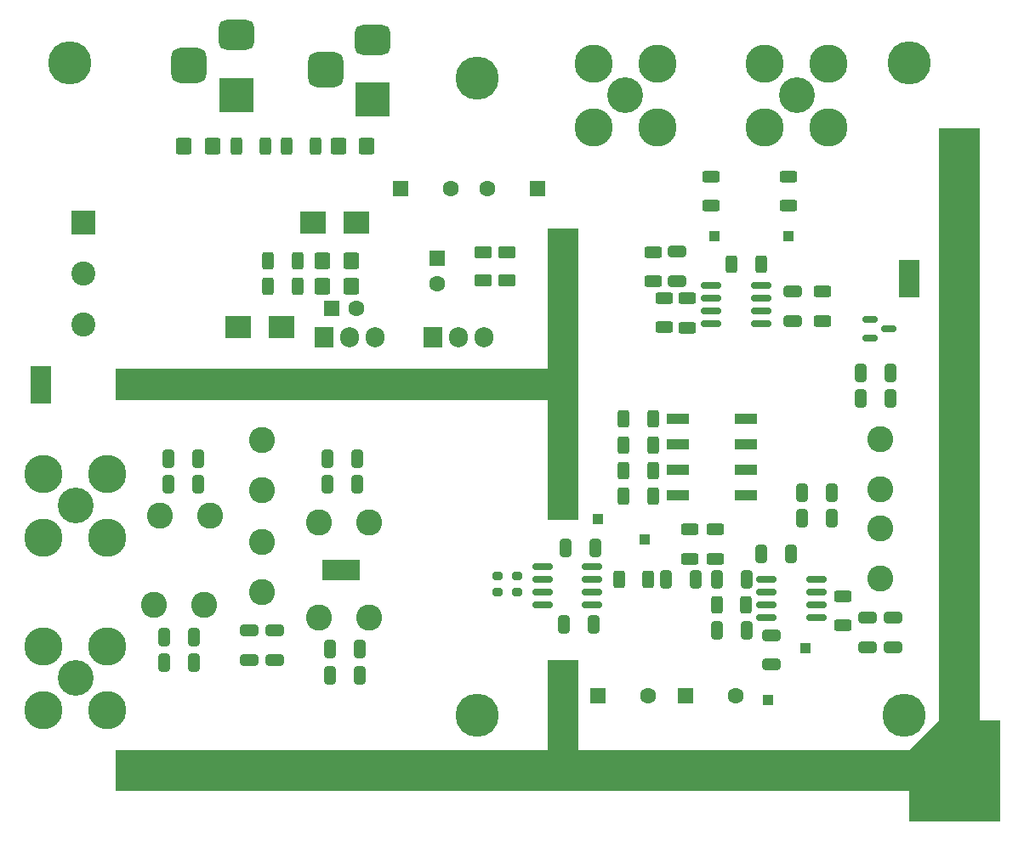
<source format=gbr>
%TF.GenerationSoftware,KiCad,Pcbnew,(6.0.10)*%
%TF.CreationDate,2023-02-20T15:55:57-05:00*%
%TF.ProjectId,Rx_Preamp,52785f50-7265-4616-9d70-2e6b69636164,rev?*%
%TF.SameCoordinates,Original*%
%TF.FileFunction,Soldermask,Top*%
%TF.FilePolarity,Negative*%
%FSLAX46Y46*%
G04 Gerber Fmt 4.6, Leading zero omitted, Abs format (unit mm)*
G04 Created by KiCad (PCBNEW (6.0.10)) date 2023-02-20 15:55:57*
%MOMM*%
%LPD*%
G01*
G04 APERTURE LIST*
G04 Aperture macros list*
%AMRoundRect*
0 Rectangle with rounded corners*
0 $1 Rounding radius*
0 $2 $3 $4 $5 $6 $7 $8 $9 X,Y pos of 4 corners*
0 Add a 4 corners polygon primitive as box body*
4,1,4,$2,$3,$4,$5,$6,$7,$8,$9,$2,$3,0*
0 Add four circle primitives for the rounded corners*
1,1,$1+$1,$2,$3*
1,1,$1+$1,$4,$5*
1,1,$1+$1,$6,$7*
1,1,$1+$1,$8,$9*
0 Add four rect primitives between the rounded corners*
20,1,$1+$1,$2,$3,$4,$5,0*
20,1,$1+$1,$4,$5,$6,$7,0*
20,1,$1+$1,$6,$7,$8,$9,0*
20,1,$1+$1,$8,$9,$2,$3,0*%
G04 Aperture macros list end*
%ADD10C,0.100000*%
%ADD11RoundRect,0.150000X-0.825000X-0.150000X0.825000X-0.150000X0.825000X0.150000X-0.825000X0.150000X0*%
%ADD12RoundRect,0.150000X0.825000X0.150000X-0.825000X0.150000X-0.825000X-0.150000X0.825000X-0.150000X0*%
%ADD13RoundRect,0.250000X-0.625000X0.312500X-0.625000X-0.312500X0.625000X-0.312500X0.625000X0.312500X0*%
%ADD14RoundRect,0.250000X0.625000X-0.312500X0.625000X0.312500X-0.625000X0.312500X-0.625000X-0.312500X0*%
%ADD15RoundRect,0.249999X-0.325001X-0.650001X0.325001X-0.650001X0.325001X0.650001X-0.325001X0.650001X0*%
%ADD16RoundRect,0.249999X0.650001X-0.325001X0.650001X0.325001X-0.650001X0.325001X-0.650001X-0.325001X0*%
%ADD17R,1.600000X1.600000*%
%ADD18C,1.600000*%
%ADD19C,4.300000*%
%ADD20C,3.556000*%
%ADD21C,3.810000*%
%ADD22RoundRect,0.249998X0.625002X-0.312502X0.625002X0.312502X-0.625002X0.312502X-0.625002X-0.312502X0*%
%ADD23RoundRect,0.200000X-0.275000X0.200000X-0.275000X-0.200000X0.275000X-0.200000X0.275000X0.200000X0*%
%ADD24RoundRect,0.249999X0.325001X0.650001X-0.325001X0.650001X-0.325001X-0.650001X0.325001X-0.650001X0*%
%ADD25RoundRect,0.250000X0.550000X0.575000X-0.550000X0.575000X-0.550000X-0.575000X0.550000X-0.575000X0*%
%ADD26R,2.500000X2.300000*%
%ADD27RoundRect,0.250000X-0.550000X-0.575000X0.550000X-0.575000X0.550000X0.575000X-0.550000X0.575000X0*%
%ADD28RoundRect,0.249998X0.312502X0.625002X-0.312502X0.625002X-0.312502X-0.625002X0.312502X-0.625002X0*%
%ADD29RoundRect,0.249998X-0.312502X-0.625002X0.312502X-0.625002X0.312502X0.625002X-0.312502X0.625002X0*%
%ADD30R,3.500000X3.500000*%
%ADD31RoundRect,0.750000X-1.000000X0.750000X-1.000000X-0.750000X1.000000X-0.750000X1.000000X0.750000X0*%
%ADD32RoundRect,0.875000X-0.875000X0.875000X-0.875000X-0.875000X0.875000X-0.875000X0.875000X0.875000X0*%
%ADD33R,2.400000X2.400000*%
%ADD34C,2.400000*%
%ADD35RoundRect,0.249998X-0.625002X0.312502X-0.625002X-0.312502X0.625002X-0.312502X0.625002X0.312502X0*%
%ADD36C,2.600000*%
%ADD37R,1.000000X1.000000*%
%ADD38RoundRect,0.249999X-0.650001X0.325001X-0.650001X-0.325001X0.650001X-0.325001X0.650001X0.325001X0*%
%ADD39RoundRect,0.249999X-0.312501X-0.625001X0.312501X-0.625001X0.312501X0.625001X-0.312501X0.625001X0*%
%ADD40R,1.905000X2.000000*%
%ADD41O,1.905000X2.000000*%
%ADD42RoundRect,0.250000X-0.625000X0.375000X-0.625000X-0.375000X0.625000X-0.375000X0.625000X0.375000X0*%
%ADD43R,2.000000X3.800000*%
%ADD44RoundRect,0.249999X0.312501X0.625001X-0.312501X0.625001X-0.312501X-0.625001X0.312501X-0.625001X0*%
%ADD45R,2.160000X1.120000*%
%ADD46R,3.800000X2.000000*%
%ADD47RoundRect,0.150000X-0.587500X-0.150000X0.587500X-0.150000X0.587500X0.150000X-0.587500X0.150000X0*%
G04 APERTURE END LIST*
D10*
G36*
X100000000Y-158000000D02*
G01*
X97000000Y-158000000D01*
X97000000Y-149000000D01*
X100000000Y-149000000D01*
X100000000Y-158000000D01*
G37*
X100000000Y-158000000D02*
X97000000Y-158000000D01*
X97000000Y-149000000D01*
X100000000Y-149000000D01*
X100000000Y-158000000D01*
G36*
X133000000Y-162000000D02*
G01*
X54000000Y-162000000D01*
X54000000Y-158000000D01*
X133000000Y-158000000D01*
X133000000Y-162000000D01*
G37*
X133000000Y-162000000D02*
X54000000Y-162000000D01*
X54000000Y-158000000D01*
X133000000Y-158000000D01*
X133000000Y-162000000D01*
G36*
X99000000Y-123000000D02*
G01*
X54000000Y-123000000D01*
X54000000Y-120000000D01*
X99000000Y-120000000D01*
X99000000Y-123000000D01*
G37*
X99000000Y-123000000D02*
X54000000Y-123000000D01*
X54000000Y-120000000D01*
X99000000Y-120000000D01*
X99000000Y-123000000D01*
G36*
X142000000Y-165000000D02*
G01*
X133000000Y-165000000D01*
X133000000Y-158000000D01*
X136000000Y-155000000D01*
X142000000Y-155000000D01*
X142000000Y-165000000D01*
G37*
X142000000Y-165000000D02*
X133000000Y-165000000D01*
X133000000Y-158000000D01*
X136000000Y-155000000D01*
X142000000Y-155000000D01*
X142000000Y-165000000D01*
G36*
X140000000Y-155000000D02*
G01*
X136000000Y-155000000D01*
X136000000Y-96000000D01*
X140000000Y-96000000D01*
X140000000Y-155000000D01*
G37*
X140000000Y-155000000D02*
X136000000Y-155000000D01*
X136000000Y-96000000D01*
X140000000Y-96000000D01*
X140000000Y-155000000D01*
G36*
X100000000Y-135000000D02*
G01*
X97000000Y-135000000D01*
X97000000Y-106000000D01*
X100000000Y-106000000D01*
X100000000Y-135000000D01*
G37*
X100000000Y-135000000D02*
X97000000Y-135000000D01*
X97000000Y-106000000D01*
X100000000Y-106000000D01*
X100000000Y-135000000D01*
D11*
%TO.C,U1*%
X96520000Y-139700000D03*
X96520000Y-140970000D03*
X96520000Y-142240000D03*
X96520000Y-143510000D03*
X101470000Y-143510000D03*
X101470000Y-142240000D03*
X101470000Y-140970000D03*
X101470000Y-139700000D03*
%TD*%
%TO.C,U3*%
X118825000Y-140995000D03*
X118825000Y-142265000D03*
X118825000Y-143535000D03*
X118825000Y-144805000D03*
X123775000Y-144805000D03*
X123775000Y-143535000D03*
X123775000Y-142265000D03*
X123775000Y-140995000D03*
%TD*%
D12*
%TO.C,U2*%
X118275000Y-115505000D03*
X118275000Y-114235000D03*
X118275000Y-112965000D03*
X118275000Y-111695000D03*
X113325000Y-111695000D03*
X113325000Y-112965000D03*
X113325000Y-114235000D03*
X113325000Y-115505000D03*
%TD*%
D13*
%TO.C,R9*%
X110900000Y-112975000D03*
X110900000Y-115900000D03*
%TD*%
D14*
%TO.C,R6*%
X108600000Y-115862500D03*
X108600000Y-112937500D03*
%TD*%
D15*
%TO.C,C7*%
X98855000Y-137795000D03*
X101805000Y-137795000D03*
%TD*%
D16*
%TO.C,C8*%
X109900000Y-111262500D03*
X109900000Y-108312500D03*
%TD*%
D17*
%TO.C,C13*%
X110794698Y-152600000D03*
D18*
X115794698Y-152600000D03*
%TD*%
D17*
%TO.C,C15*%
X82400000Y-102000000D03*
D18*
X87400000Y-102000000D03*
%TD*%
D15*
%TO.C,C29*%
X128195000Y-120405000D03*
X131145000Y-120405000D03*
%TD*%
D16*
%TO.C,C35*%
X69850000Y-149000000D03*
X69850000Y-146050000D03*
%TD*%
%TO.C,C37*%
X67310000Y-149000000D03*
X67310000Y-146050000D03*
%TD*%
D15*
%TO.C,C42*%
X75155000Y-131445000D03*
X78105000Y-131445000D03*
%TD*%
D19*
%TO.C,H6*%
X49500000Y-89500000D03*
%TD*%
D20*
%TO.C,J1*%
X121825000Y-92730000D03*
D21*
X118650000Y-89555000D03*
X125000000Y-95905000D03*
X118650000Y-95905000D03*
X125000000Y-89555000D03*
%TD*%
D20*
%TO.C,J3*%
X50025000Y-133625000D03*
D21*
X53200000Y-136800000D03*
X46850000Y-136800000D03*
X46850000Y-130450000D03*
X53200000Y-130450000D03*
%TD*%
D22*
%TO.C,R3*%
X107500000Y-111262500D03*
X107500000Y-108337500D03*
%TD*%
D23*
%TO.C,R4*%
X92075000Y-140590000D03*
X92075000Y-142240000D03*
%TD*%
%TO.C,R5*%
X93980000Y-140590000D03*
X93980000Y-142240000D03*
%TD*%
D22*
%TO.C,R12*%
X113700000Y-138900000D03*
X113700000Y-135975000D03*
%TD*%
D24*
%TO.C,C41*%
X78105000Y-128905000D03*
X75155000Y-128905000D03*
%TD*%
D25*
%TO.C,D1*%
X79050000Y-97790000D03*
X76200000Y-97790000D03*
%TD*%
%TO.C,D2*%
X63655000Y-97790000D03*
X60805000Y-97790000D03*
%TD*%
D26*
%TO.C,D4*%
X73660000Y-105410000D03*
X77960000Y-105410000D03*
%TD*%
D27*
%TO.C,D5*%
X74620000Y-111760000D03*
X77470000Y-111760000D03*
%TD*%
D25*
%TO.C,D6*%
X77470000Y-109220000D03*
X74620000Y-109220000D03*
%TD*%
D28*
%TO.C,R23*%
X73937500Y-97790000D03*
X71012500Y-97790000D03*
%TD*%
%TO.C,R24*%
X68965000Y-97790000D03*
X66040000Y-97790000D03*
%TD*%
%TO.C,R25*%
X72140000Y-111760000D03*
X69215000Y-111760000D03*
%TD*%
D29*
%TO.C,R26*%
X69215000Y-109220000D03*
X72140000Y-109220000D03*
%TD*%
D30*
%TO.C,J6*%
X66040000Y-92710000D03*
D31*
X66040000Y-86710000D03*
D32*
X61340000Y-89710000D03*
%TD*%
D30*
%TO.C,J5*%
X79630000Y-93170000D03*
D31*
X79630000Y-87170000D03*
D32*
X74930000Y-90170000D03*
%TD*%
D33*
%TO.C,J7*%
X50800000Y-105410000D03*
D34*
X50800000Y-110490000D03*
X50800000Y-115570000D03*
%TD*%
D26*
%TO.C,D3*%
X70550000Y-115800000D03*
X66250000Y-115800000D03*
%TD*%
D15*
%TO.C,C30*%
X128195000Y-122945000D03*
X131145000Y-122945000D03*
%TD*%
%TO.C,C20*%
X98650000Y-145415000D03*
X101600000Y-145415000D03*
%TD*%
D35*
%TO.C,R11*%
X111160000Y-135975000D03*
X111160000Y-138900000D03*
%TD*%
%TO.C,R7*%
X124400000Y-112300000D03*
X124400000Y-115225000D03*
%TD*%
D15*
%TO.C,C32*%
X58850000Y-146685000D03*
X61800000Y-146685000D03*
%TD*%
D24*
%TO.C,C31*%
X61800000Y-149225000D03*
X58850000Y-149225000D03*
%TD*%
D15*
%TO.C,C34*%
X59280000Y-128905000D03*
X62230000Y-128905000D03*
%TD*%
D24*
%TO.C,C33*%
X62230000Y-131445000D03*
X59280000Y-131445000D03*
%TD*%
D36*
%TO.C,L8*%
X68580000Y-132080000D03*
X68580000Y-127080000D03*
%TD*%
%TO.C,L7*%
X68580000Y-137240000D03*
X68580000Y-142240000D03*
%TD*%
D24*
%TO.C,C39*%
X78345302Y-147920000D03*
X75395302Y-147920000D03*
%TD*%
D37*
%TO.C,TP1*%
X119000000Y-153000000D03*
%TD*%
%TO.C,TP2*%
X102000000Y-135000000D03*
%TD*%
%TO.C,TP3*%
X121000000Y-106800000D03*
%TD*%
%TO.C,TP4*%
X113600000Y-106800000D03*
%TD*%
%TO.C,TP6*%
X106715000Y-136995000D03*
%TD*%
%TO.C,TP9*%
X122700000Y-147800000D03*
%TD*%
D15*
%TO.C,C21*%
X113890000Y-146050000D03*
X116840000Y-146050000D03*
%TD*%
D24*
%TO.C,C23*%
X116840000Y-140970000D03*
X113890000Y-140970000D03*
%TD*%
D28*
%TO.C,R13*%
X116807500Y-143510000D03*
X113882500Y-143510000D03*
%TD*%
D24*
%TO.C,C17*%
X111760000Y-140970000D03*
X108810000Y-140970000D03*
%TD*%
D28*
%TO.C,R8*%
X107065000Y-140970000D03*
X104140000Y-140970000D03*
%TD*%
D16*
%TO.C,C26*%
X131445000Y-147730000D03*
X131445000Y-144780000D03*
%TD*%
%TO.C,C25*%
X128905000Y-147730000D03*
X128905000Y-144780000D03*
%TD*%
%TO.C,C11*%
X119300000Y-149475000D03*
X119300000Y-146525000D03*
%TD*%
D15*
%TO.C,C12*%
X118335000Y-138430000D03*
X121285000Y-138430000D03*
%TD*%
%TO.C,C28*%
X122395000Y-132345000D03*
X125345000Y-132345000D03*
%TD*%
%TO.C,C27*%
X122395000Y-134885000D03*
X125345000Y-134885000D03*
%TD*%
D35*
%TO.C,R20*%
X126400000Y-142637500D03*
X126400000Y-145562500D03*
%TD*%
D36*
%TO.C,L4*%
X130175000Y-132000000D03*
X130175000Y-127000000D03*
%TD*%
%TO.C,L3*%
X130175000Y-140890000D03*
X130175000Y-135890000D03*
%TD*%
D19*
%TO.C,H5*%
X133000000Y-89500000D03*
%TD*%
%TO.C,H4*%
X90000000Y-91000000D03*
%TD*%
%TO.C,H1*%
X90000000Y-154500000D03*
%TD*%
%TO.C,H2*%
X132500000Y-154500000D03*
%TD*%
D20*
%TO.C,J4*%
X50025000Y-150825000D03*
D21*
X53200000Y-154000000D03*
X46850000Y-154000000D03*
X46850000Y-147650000D03*
X53200000Y-147650000D03*
%TD*%
D15*
%TO.C,C40*%
X75395302Y-150495000D03*
X78345302Y-150495000D03*
%TD*%
D38*
%TO.C,C5*%
X121400000Y-112300000D03*
X121400000Y-115250000D03*
%TD*%
D39*
%TO.C,R27*%
X115370000Y-109555000D03*
X118295000Y-109555000D03*
%TD*%
D40*
%TO.C,U6*%
X74800000Y-116800000D03*
D41*
X77340000Y-116800000D03*
X79880000Y-116800000D03*
%TD*%
D22*
%TO.C,R16*%
X121000000Y-103725000D03*
X121000000Y-100800000D03*
%TD*%
%TO.C,R17*%
X113300000Y-103725000D03*
X113300000Y-100800000D03*
%TD*%
D42*
%TO.C,F2*%
X90600000Y-108400000D03*
X90600000Y-111200000D03*
%TD*%
D43*
%TO.C,TP8*%
X46600000Y-121600000D03*
%TD*%
D40*
%TO.C,U5*%
X85600000Y-116800000D03*
D41*
X88140000Y-116800000D03*
X90680000Y-116800000D03*
%TD*%
D17*
%TO.C,C1*%
X96000000Y-102000000D03*
D18*
X91000000Y-102000000D03*
%TD*%
D42*
%TO.C,F1*%
X93000000Y-108400000D03*
X93000000Y-111200000D03*
%TD*%
D43*
%TO.C,TP7*%
X133000000Y-111000000D03*
%TD*%
D44*
%TO.C,R19*%
X107525000Y-132700000D03*
X104600000Y-132700000D03*
%TD*%
D45*
%TO.C,SW1*%
X116765000Y-132610000D03*
X116765000Y-130070000D03*
X116765000Y-127530000D03*
X116765000Y-124990000D03*
X110035000Y-124990000D03*
X110035000Y-127530000D03*
X110035000Y-130070000D03*
X110035000Y-132610000D03*
%TD*%
D44*
%TO.C,R1*%
X107525000Y-125000000D03*
X104600000Y-125000000D03*
%TD*%
%TO.C,R2*%
X107525000Y-127600000D03*
X104600000Y-127600000D03*
%TD*%
%TO.C,R18*%
X107525000Y-130100000D03*
X104600000Y-130100000D03*
%TD*%
D46*
%TO.C,TP5*%
X76500000Y-140000000D03*
%TD*%
D20*
%TO.C,J2*%
X104775000Y-92730000D03*
D21*
X107950000Y-89555000D03*
X101600000Y-95905000D03*
X107950000Y-95905000D03*
X101600000Y-89555000D03*
%TD*%
D47*
%TO.C,D9*%
X129125000Y-115050000D03*
X129125000Y-116950000D03*
X131000000Y-116000000D03*
%TD*%
D17*
%TO.C,C2*%
X102000000Y-152600000D03*
D18*
X107000000Y-152600000D03*
%TD*%
D36*
%TO.C,L9*%
X74295000Y-144780000D03*
X79295000Y-144780000D03*
%TD*%
%TO.C,L10*%
X74295000Y-135255000D03*
X79295000Y-135255000D03*
%TD*%
%TO.C,L5*%
X57865000Y-143510000D03*
X62865000Y-143510000D03*
%TD*%
%TO.C,L6*%
X58415302Y-134620000D03*
X63415302Y-134620000D03*
%TD*%
D18*
%TO.C,C43*%
X86000000Y-111500000D03*
D17*
X86000000Y-109000000D03*
%TD*%
D18*
%TO.C,C44*%
X78000000Y-114000000D03*
D17*
X75500000Y-114000000D03*
%TD*%
M02*

</source>
